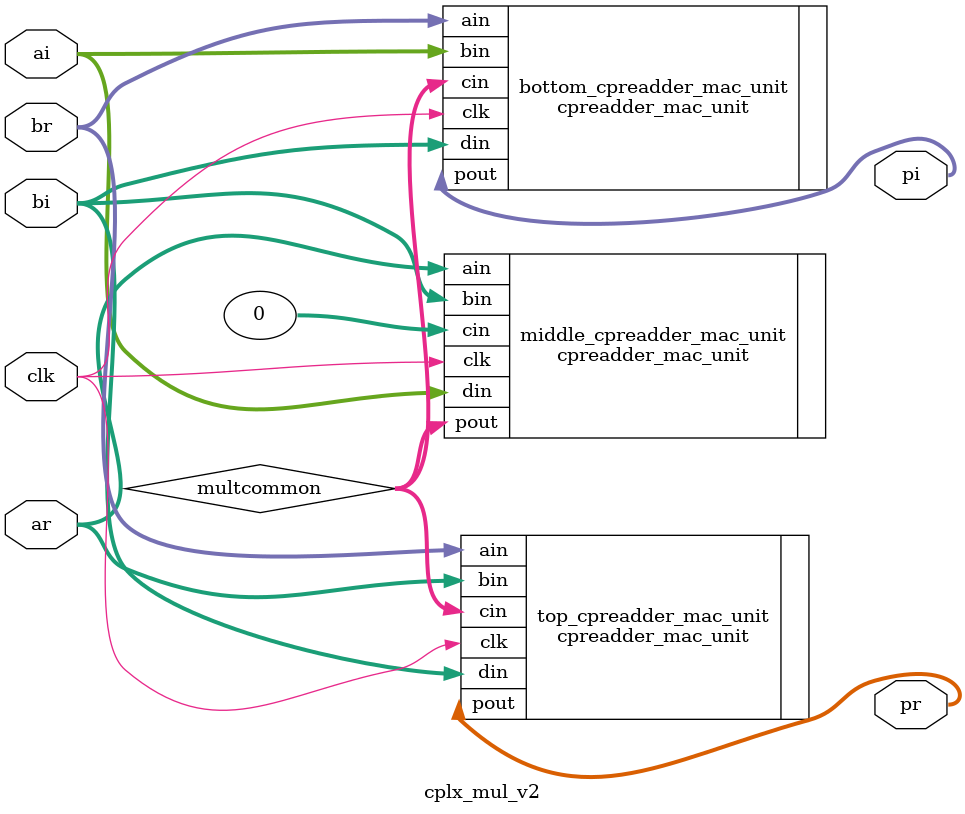
<source format=sv>
module cplx_mul_v2
#(
  parameter AW = 18,
  parameter BW = 18,
  parameter MW = AW + 1 + BW
)
(
  input logic clk,
  input logic signed [AW - 1 : 0] ar,
  input logic signed [AW - 1 : 0] ai,
  input logic signed [BW - 1 : 0] br,
  input logic signed [BW - 1 : 0] bi,
  output logic signed [MW  : 0] pr,
  output logic signed [MW  : 0] pi
);
  logic signed [MW - 1 : 0] multcommon;
  cpreadder_mac_unit #(.AW(AW), .BW(BW), .AREG(1), .BREG(2), .ADDSUB(1))
  middle_cpreadder_mac_unit 
  (
   .clk(clk), .ain(ar), .din(ai), .bin(bi), .cin(0), .pout(multcommon)
  );

  cpreadder_mac_unit #(.AW(AW), .BW(BW), .AREG(2), .BREG(3), .ADDSUB(1))
  top_cpreadder_mac_unit 
  (
   .clk(clk), .ain(br), .din(bi), .bin(ar), .cin(multcommon), .pout(pr) 
  );

  cpreadder_mac_unit #(.AW(AW), .BW(BW), .AREG(2), .BREG(3), .ADDSUB(0))
  bottom_cpreadder_mac_unit 
  (
   .clk(clk), .ain(br), .din(bi), .bin(ai), .cin(multcommon), .pout(pi)
  );
endmodule

</source>
